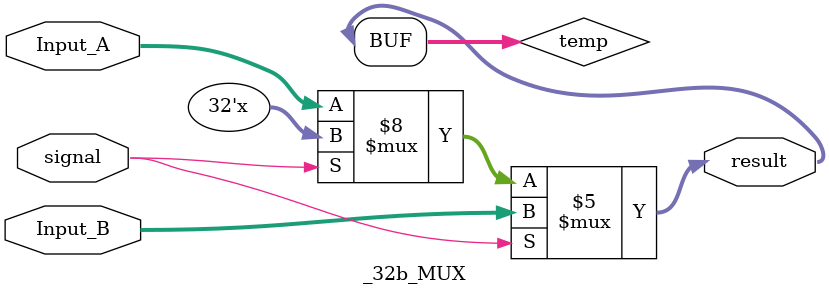
<source format=v>
`timescale 1 ns / 1 ps  
 
module _32b_MUX (Input_A, Input_B, signal, result); 
 
input [31:0] Input_A, Input_B; 
input signal; 
 
output [31:0] result;		 
 
reg[31:0] temp; 
 
always @(Input_A or Input_B or signal) begin 
	if (signal==0) 
		temp=Input_A; 
	if (signal==1) 
		temp=Input_B; 
		 
end					 
 
assign result=temp; 
	 
 
 
endmodule 
</source>
